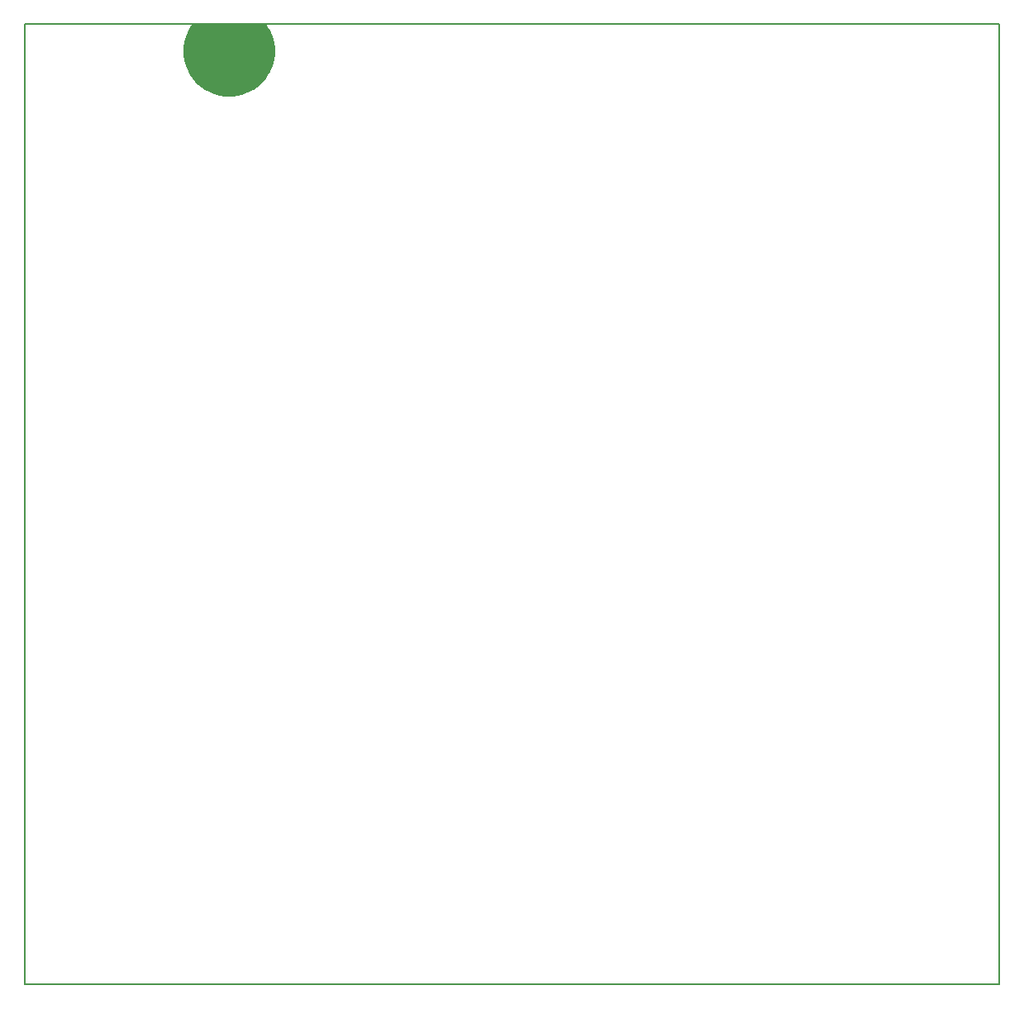
<source format=gbr>
%TF.GenerationSoftware,KiCad,Pcbnew,8.0.2-1*%
%TF.CreationDate,2024-08-19T19:19:18+10:00*%
%TF.ProjectId,Forward OLED,466f7277-6172-4642-904f-4c45442e6b69,rev?*%
%TF.SameCoordinates,Original*%
%TF.FileFunction,Profile,NP*%
%FSLAX46Y46*%
G04 Gerber Fmt 4.6, Leading zero omitted, Abs format (unit mm)*
G04 Created by KiCad (PCBNEW 8.0.2-1) date 2024-08-19 19:19:18*
%MOMM*%
%LPD*%
G01*
G04 APERTURE LIST*
%TA.AperFunction,Profile*%
%ADD10C,0.150000*%
%TD*%
G04 APERTURE END LIST*
D10*
X115240000Y-36817500D02*
X215000000Y-36817500D01*
X215000000Y-135242500D01*
X115240000Y-135242500D01*
X115240000Y-36817500D01*
G36*
X139959496Y-36837185D02*
G01*
X139994757Y-36871423D01*
X140134860Y-37075948D01*
X140140889Y-37085686D01*
X140346138Y-37454177D01*
X140351243Y-37464430D01*
X140521613Y-37850280D01*
X140525751Y-37860960D01*
X140659797Y-38260901D01*
X140662931Y-38271917D01*
X140759500Y-38682504D01*
X140761605Y-38693763D01*
X140819879Y-39111517D01*
X140820936Y-39122921D01*
X140840417Y-39544273D01*
X140840417Y-39555727D01*
X140820936Y-39977078D01*
X140819879Y-39988482D01*
X140761605Y-40406236D01*
X140759500Y-40417495D01*
X140662931Y-40828082D01*
X140659797Y-40839098D01*
X140525751Y-41239039D01*
X140521613Y-41249719D01*
X140351243Y-41635569D01*
X140346138Y-41645822D01*
X140140889Y-42014313D01*
X140134860Y-42024051D01*
X139896481Y-42372042D01*
X139889578Y-42381182D01*
X139620118Y-42705681D01*
X139612402Y-42714145D01*
X139314145Y-43012402D01*
X139305681Y-43020118D01*
X138981182Y-43289578D01*
X138972042Y-43296481D01*
X138624051Y-43534860D01*
X138614313Y-43540889D01*
X138245822Y-43746138D01*
X138235569Y-43751243D01*
X137849719Y-43921613D01*
X137839039Y-43925751D01*
X137439098Y-44059797D01*
X137428082Y-44062931D01*
X137017495Y-44159500D01*
X137006236Y-44161605D01*
X136588482Y-44219879D01*
X136577078Y-44220936D01*
X136155727Y-44240417D01*
X136144273Y-44240417D01*
X135722921Y-44220936D01*
X135711517Y-44219879D01*
X135293763Y-44161605D01*
X135282504Y-44159500D01*
X134871917Y-44062931D01*
X134860901Y-44059797D01*
X134460960Y-43925751D01*
X134450280Y-43921613D01*
X134064430Y-43751243D01*
X134054177Y-43746138D01*
X133685686Y-43540889D01*
X133675948Y-43534860D01*
X133327957Y-43296481D01*
X133318817Y-43289578D01*
X132994318Y-43020118D01*
X132985854Y-43012402D01*
X132687597Y-42714145D01*
X132679881Y-42705681D01*
X132410421Y-42381182D01*
X132403518Y-42372042D01*
X132165139Y-42024051D01*
X132159110Y-42014313D01*
X131953861Y-41645822D01*
X131948756Y-41635569D01*
X131778386Y-41249719D01*
X131774248Y-41239039D01*
X131640202Y-40839098D01*
X131637068Y-40828082D01*
X131540499Y-40417495D01*
X131538394Y-40406236D01*
X131480120Y-39988482D01*
X131479063Y-39977078D01*
X131459582Y-39555727D01*
X131459582Y-39544273D01*
X131479063Y-39122921D01*
X131480120Y-39111517D01*
X131538394Y-38693763D01*
X131540499Y-38682504D01*
X131637068Y-38271917D01*
X131640202Y-38260901D01*
X131774248Y-37860960D01*
X131778386Y-37850280D01*
X131948756Y-37464430D01*
X131953861Y-37454177D01*
X132159110Y-37085686D01*
X132165140Y-37075948D01*
X132305244Y-36871423D01*
X132359370Y-36827240D01*
X132407543Y-36817500D01*
X139892457Y-36817500D01*
X139959496Y-36837185D01*
G37*
M02*

</source>
